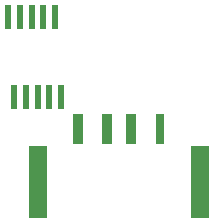
<source format=gtp>
%FSLAX25Y25*%
%MOIN*%
G70*
G01*
G75*
G04 Layer_Color=8421504*
%ADD10R,0.01969X0.07874*%
%ADD11R,0.03143X0.10268*%
%ADD12R,0.03543X0.10268*%
%ADD13R,0.06000X0.24016*%
%ADD14C,0.01600*%
%ADD15C,0.06299*%
%ADD16C,0.09449*%
%ADD17C,0.09843*%
%ADD18C,0.02000*%
%ADD19C,0.00394*%
%ADD20C,0.01378*%
D10*
X222642Y367886D02*
D03*
X226579D02*
D03*
X230516D02*
D03*
X234453D02*
D03*
X238390Y367886D02*
D03*
X224610Y341114D02*
D03*
X228547D02*
D03*
X232484D02*
D03*
X236421D02*
D03*
X240358D02*
D03*
D11*
X273394Y330634D02*
D03*
D12*
X263551D02*
D03*
X245835D02*
D03*
X255677D02*
D03*
D13*
X232500Y312992D02*
D03*
X286728Y312992D02*
D03*
M02*

</source>
